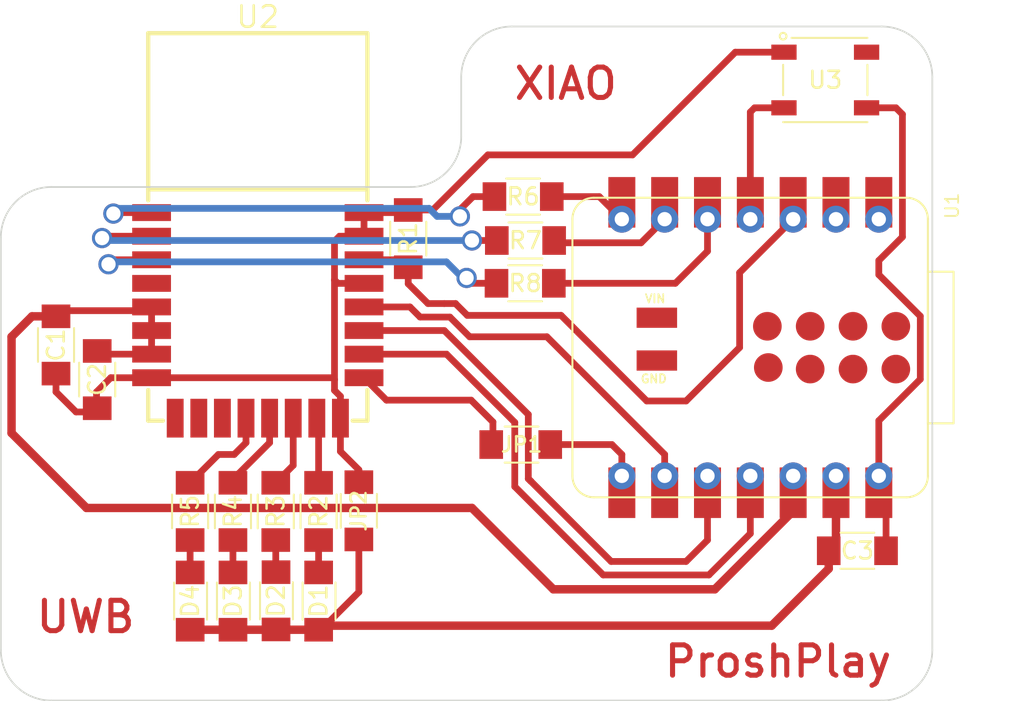
<source format=kicad_pcb>
(kicad_pcb (version 20241229) (generator "pcbnew") (generator_version "9.0")
  (layers (0 "F.Cu" signal) (2 "B.Cu" signal) (13 "F.Paste" user) (15 "B.Paste" user) (5 "F.SilkS" user "F.Silkscreen") (7 "B.SilkS" user "B.Silkscreen") (1 "F.Mask" user) (3 "B.Mask" user) (25 "Edge.Cuts" user))
  (net 0 "")
  (net 7 "+3.3V")
  (net 8 "GND")
  (net 9 "+5V")
  (net 10 "Net-(D1-A)")
  (net 11 "Net-(D2-A)")
  (net 12 "Net-(D3-A)")
  (net 13 "Net-(D4-A)")
  (net 14 "IRQ")
  (net 15 "LED-RXOK")
  (net 16 "LED-SFD")
  (net 17 "TXLED")
  (net 18 "RXLED")
  (net 19 "BU01-EXTON")
  (net 20 "Net-(U2-EXTON)")
  (net 21 "BU01-WAKEUP")
  (net 22 "Net-(U2-WAKEUP)")
  (net 23 "Net-(U2-RSTN)")
  (net 24 "RSTN")
  (net 25 "NEO")
  (net 26 "SDO")
  (net 27 "CS")
  (net 28 "SDI")
  (net 29 "SCK")
  (net 31 "Net-(JP1-A)")
  (footprint "fab:R_1206" (layer "F.Cu") (at 82.345 82.755 -90)
    (property "Reference" "R5" (at 0 0 90) (layer "F.SilkS"))
    (property "Value" "499")
    (fp_line (start 1 1.07) (end -1 1.07) (stroke (width 0.12)) (layer "F.SilkS"))
    (fp_line (start -1 -1.07) (end 1 -1.07) (stroke (width 0.12)) (layer "F.SilkS"))
    (pad "1" smd rect (at -1.7 0 270) (size 1.4 1.7) (layers "F.Cu" "F.Mask" "F.Paste") (net 18 "RXLED"))
    (pad "2" smd rect (at 1.7 0 270) (size 1.4 1.7) (layers "F.Cu" "F.Mask" "F.Paste") (net 13 "Net-(D4-A)"))
  )
  (footprint "fab:C_1206" (layer "F.Cu") (at 74.39161 72.875306 -90)
    (property "Reference" "C1" (at 0 0 90) (layer "F.SilkS"))
    (property "Value" "1uF")
    (fp_line (start 1 1.07) (end -1 1.07) (stroke (width 0.12)) (layer "F.SilkS"))
    (fp_line (start -1 -1.07) (end 1 -1.07) (stroke (width 0.12)) (layer "F.SilkS"))
    (pad "1" smd rect (at -1.7 0 270) (size 1.4 1.7) (layers "F.Cu" "F.Mask" "F.Paste") (net 7 "+3.3V"))
    (pad "2" smd rect (at 1.7 0 270) (size 1.4 1.7) (layers "F.Cu" "F.Mask" "F.Paste") (net 8 "GND"))
  )
  (footprint "fab:LED_1206" (layer "F.Cu") (at 84.888155 88.076257 90)
    (property "Reference" "D3" (at 0 0 90) (layer "F.SilkS"))
    (property "Value" "Green")
    (fp_line (start -1.1 -0.95) (end 1.1 -0.95) (stroke (width 0.12)) (layer "F.SilkS"))
    (fp_line (start -1.1 1) (end 1.1 1) (stroke (width 0.12)) (layer "F.SilkS"))
    (pad "1" smd rect (at -1.7 0 90) (size 1.4 1.7) (layers "F.Cu" "F.Mask" "F.Paste") (net 8 "GND"))
    (pad "2" smd rect (at 1.7 0 90) (size 1.4 1.7) (layers "F.Cu" "F.Mask" "F.Paste") (net 12 "Net-(D3-A)"))
  )
  (footprint "fab:R_1206" (layer "F.Cu") (at 102.235 66.675 180)
    (property "Reference" "R7" (at 0 0 0) (layer "F.SilkS"))
    (property "Value" "499")
    (fp_line (start 1 1.07) (end -1 1.07) (stroke (width 0.12)) (layer "F.SilkS"))
    (fp_line (start -1 -1.07) (end 1 -1.07) (stroke (width 0.12)) (layer "F.SilkS"))
    (pad "1" smd rect (at -1.7 0 180) (size 1.4 1.7) (layers "F.Cu" "F.Mask" "F.Paste") (net 21 "BU01-WAKEUP"))
    (pad "2" smd rect (at 1.7 0 180) (size 1.4 1.7) (layers "F.Cu" "F.Mask" "F.Paste") (net 22 "Net-(U2-WAKEUP)"))
  )
  (footprint "fab:R_1206" (layer "F.Cu") (at 102.216313 69.215 180)
    (property "Reference" "R8" (at 0 0 0) (layer "F.SilkS"))
    (property "Value" "499")
    (fp_line (start 1 1.07) (end -1 1.07) (stroke (width 0.12)) (layer "F.SilkS"))
    (fp_line (start -1 -1.07) (end 1 -1.07) (stroke (width 0.12)) (layer "F.SilkS"))
    (pad "1" smd rect (at -1.7 0 180) (size 1.4 1.7) (layers "F.Cu" "F.Mask" "F.Paste") (net 24 "RSTN"))
    (pad "2" smd rect (at 1.7 0 180) (size 1.4 1.7) (layers "F.Cu" "F.Mask" "F.Paste") (net 23 "Net-(U2-RSTN)"))
  )
  (footprint "fab:LED_ADDR_Worldsemi_WS2812B" (layer "F.Cu") (at 120.015 57.15 180)
    (property "Reference" "U3" (at 0 0 0) (layer "F.SilkS"))
    (property "Value" "LED_ADDR_Worldsemi_WS2812B")
    (fp_line (start 2.5 -0.9) (end 2.5 0.9) (stroke (width 0.12)) (layer "F.SilkS"))
    (fp_line (start 2.5 -2.5) (end -2.5 -2.5) (stroke (width 0.12)) (layer "F.SilkS"))
    (fp_line (start -2.5 2.5) (end 2 2.5) (stroke (width 0.12)) (layer "F.SilkS"))
    (fp_line (start -2.5 -0.9) (end -2.5 0.9) (stroke (width 0.12)) (layer "F.SilkS"))
    (fp_circle (center 2.5 2.6) (end 2.7 2.6) (stroke (width 0.12)) (fill no) (layer "F.SilkS"))
    (pad "1" smd rect (at -2.45 -1.65 180) (size 1.5 0.9) (layers "F.Cu" "F.Mask" "F.Paste") (net 9 "+5V"))
    (pad "2" smd rect (at -2.45 1.65 180) (size 1.5 0.9) (layers "F.Cu" "F.Mask" "F.Paste"))
    (pad "3" smd rect (at 2.45 1.65 180) (size 1.5 0.9) (layers "F.Cu" "F.Mask" "F.Paste") (net 8 "GND"))
    (pad "4" smd rect (at 2.45 -1.65 180) (size 1.5 0.9) (layers "F.Cu" "F.Mask" "F.Paste") (net 25 "NEO"))
  )
  (footprint "Seeed Studio XIAO Series Library:XIAO-ESP32C6-SMD" (layer "F.Cu") (at 115.580212 73.266852 -90)
    (property "Reference" "U1" (at -9.5 -11.5 90) (layer "F.SilkS") (effects (font (size 0.78232 0.78232) (thickness 0.10668)) (justify right top)))
    (property "Value" "XIAO-ESP32-C6")
    (fp_line (start 7.380648 10.561212) (end -7.859352 10.561212) (stroke (width 0.12)) (layer "F.SilkS"))
    (fp_line (start -9.129352 9.291212) (end -9.129352 -9.250788) (stroke (width 0.12)) (layer "F.SilkS"))
    (fp_line (start 8.650648 -9.250788) (end 8.650648 9.291212) (stroke (width 0.12)) (layer "F.SilkS"))
    (fp_line (start -7.859352 -10.520788) (end 7.380648 -10.520788) (stroke (width 0.12)) (layer "F.SilkS"))
    (fp_rect (start -4.739352 -10.520788) (end 4.260648 -12.044788) (stroke (width 0.12)) (fill no) (layer "F.SilkS"))
    (fp_arc (start -7.859352 10.561212) (mid -8.757378 10.189238) (end -9.129352 9.291212) (stroke (width 0.12)) (layer "F.SilkS"))
    (fp_arc (start 8.650648 9.291212) (mid 8.278674 10.189238) (end 7.380648 10.561212) (stroke (width 0.12)) (layer "F.SilkS"))
    (fp_arc (start -9.129352 -9.250788) (mid -8.757378 -10.148814) (end -7.859352 -10.520788) (stroke (width 0.12)) (layer "F.SilkS"))
    (fp_arc (start 7.380648 -10.520788) (mid 8.278674 -10.148814) (end 8.650648 -9.250788) (stroke (width 0.12)) (layer "F.SilkS"))
    (fp_text user "VIN" (at -3.137289 5.651379 0) (layer "F.SilkS") (effects (font (size 0.5 0.5) (thickness 0.1) (bold yes))))
    (fp_text user "GND" (at 1.615932 5.734188 0) (layer "F.SilkS") (effects (font (size 0.5 0.5) (thickness 0.1) (bold yes))))
    (pad "1" thru_hole circle (at -7.856852 -7.609788 270) (size 1.6 1.6) (drill 0.85) (layers "*.Cu" "*.Mask"))
    (pad "1" smd rect (at -7.856852 -7.609788 270) (size 3 1.6) (drill (offset -1 0)) (layers "F.Cu" "F.Mask" "F.Paste"))
    (pad "2" thru_hole circle (at -7.856852 -5.069788 270) (size 1.6 1.6) (drill 0.85) (layers "*.Cu" "*.Mask"))
    (pad "2" smd rect (at -7.856852 -5.069788 270) (size 3 1.6) (drill (offset -1 0)) (layers "F.Cu" "F.Mask" "F.Paste"))
    (pad "3" thru_hole circle (at -7.856852 -2.529788 270) (size 1.6 1.6) (drill 0.85) (layers "*.Cu" "*.Mask") (net 14 "IRQ"))
    (pad "3" smd rect (at -7.856852 -2.529788 270) (size 3 1.6) (drill (offset -1 0)) (layers "F.Cu" "F.Mask" "F.Paste") (net 14 "IRQ"))
    (pad "4" thru_hole circle (at -7.856852 0.010212 270) (size 1.6 1.6) (drill 0.85) (layers "*.Cu" "*.Mask") (net 25 "NEO"))
    (pad "4" smd rect (at -7.856852 0.010212 270) (size 3 1.6) (drill (offset -1 0)) (layers "F.Cu" "F.Mask" "F.Paste") (net 25 "NEO"))
    (pad "5" thru_hole circle (at -7.856852 2.550212 270) (size 1.6 1.6) (drill 0.85) (layers "*.Cu" "*.Mask") (net 24 "RSTN"))
    (pad "5" smd rect (at -7.856852 2.550212 270) (size 3 1.6) (drill (offset -1 0)) (layers "F.Cu" "F.Mask" "F.Paste") (net 24 "RSTN"))
    (pad "6" thru_hole circle (at -7.856852 5.090212 270) (size 1.6 1.6) (drill 0.85) (layers "*.Cu" "*.Mask") (net 21 "BU01-WAKEUP"))
    (pad "6" smd rect (at -7.856852 5.090212 270) (size 3 1.6) (drill (offset -1 0)) (layers "F.Cu" "F.Mask" "F.Paste") (net 21 "BU01-WAKEUP"))
    (pad "7" thru_hole circle (at -7.856852 7.630212 270) (size 1.6 1.6) (drill 0.85) (layers "*.Cu" "*.Mask") (net 19 "BU01-EXTON"))
    (pad "7" smd rect (at -7.856852 7.630212 270) (size 3 1.6) (drill (offset -1 0)) (layers "F.Cu" "F.Mask" "F.Paste") (net 19 "BU01-EXTON"))
    (pad "8" thru_hole circle (at 7.378148 7.630212 270) (size 1.6 1.6) (drill 0.85) (layers "*.Cu" "*.Mask") (net 27 "CS"))
    (pad "8" smd rect (at 7.378148 7.630212 270) (size 3 1.6) (drill (offset 1 0)) (layers "F.Cu" "F.Mask" "F.Paste") (net 27 "CS"))
    (pad "9" thru_hole circle (at 7.378148 5.090212 270) (size 1.6 1.6) (drill 0.85) (layers "*.Cu" "*.Mask") (net 29 "SCK"))
    (pad "9" smd rect (at 7.378148 5.090212 270) (size 3 1.6) (drill (offset 1 0)) (layers "F.Cu" "F.Mask" "F.Paste") (net 29 "SCK"))
    (pad "10" thru_hole circle (at 7.378148 2.550212 270) (size 1.6 1.6) (drill 0.85) (layers "*.Cu" "*.Mask") (net 26 "SDO"))
    (pad "10" smd rect (at 7.378148 2.550212 270) (size 3 1.6) (drill (offset 1 0)) (layers "F.Cu" "F.Mask" "F.Paste") (net 26 "SDO"))
    (pad "11" thru_hole circle (at 7.378148 0.010212 270) (size 1.6 1.6) (drill 0.85) (layers "*.Cu" "*.Mask") (net 28 "SDI"))
    (pad "11" smd rect (at 7.378148 0.010212 270) (size 3 1.6) (drill (offset 1 0)) (layers "F.Cu" "F.Mask" "F.Paste") (net 28 "SDI"))
    (pad "12" thru_hole circle (at 7.378148 -2.529788 270) (size 1.6 1.6) (drill 0.85) (layers "*.Cu" "*.Mask") (net 7 "+3.3V"))
    (pad "12" smd rect (at 7.378148 -2.529788 270) (size 3 1.6) (drill (offset 1 0)) (layers "F.Cu" "F.Mask" "F.Paste") (net 7 "+3.3V"))
    (pad "13" thru_hole circle (at 7.378148 -5.069788 270) (size 1.6 1.6) (drill 0.85) (layers "*.Cu" "*.Mask") (net 8 "GND"))
    (pad "13" smd rect (at 7.378148 -5.069788 270) (size 3 1.6) (drill (offset 1 0)) (layers "F.Cu" "F.Mask" "F.Paste") (net 8 "GND"))
    (pad "14" thru_hole circle (at 7.378148 -7.609788 270) (size 1.6 1.6) (drill 0.85) (layers "*.Cu" "*.Mask") (net 9 "+5V"))
    (pad "14" smd rect (at 7.378148 -7.609788 270) (size 3 1.6) (drill (offset 1 0)) (layers "F.Cu" "F.Mask" "F.Paste") (net 9 "+5V"))
    (pad "15" smd rect (at -2.008 5.5532 180) (size 2.4 1.2) (layers "F.Cu" "F.Mask" "F.Paste"))
    (pad "16" smd rect (at 0.532 5.5532 180) (size 2.4 1.2) (layers "F.Cu" "F.Mask" "F.Paste"))
    (pad "17" smd circle (at -1.5 -8.62 270) (size 1.7 1.7) (layers "F.Cu" "F.Mask" "F.Paste"))
    (pad "18" smd circle (at 1.04 -8.62 270) (size 1.7 1.7) (layers "F.Cu" "F.Mask" "F.Paste"))
    (pad "19" smd circle (at -1.5 -6.08 270) (size 1.7 1.7) (layers "F.Cu" "F.Mask" "F.Paste"))
    (pad "20" smd circle (at 1.04 -6.08 270) (size 1.7 1.7) (layers "F.Cu" "F.Mask" "F.Paste"))
    (pad "21" smd circle (at -1.5 -3.54 270) (size 1.7 1.7) (layers "F.Cu" "F.Mask" "F.Paste"))
    (pad "22" smd circle (at 1.04 -3.54 270) (size 1.7 1.7) (layers "F.Cu" "F.Mask" "F.Paste"))
    (pad "23" smd circle (at -1.5 -1 270) (size 1.7 1.7) (layers "F.Cu" "F.Mask" "F.Paste"))
    (pad "24" smd circle (at 0.9474 -1.0568 270) (size 1.7 1.7) (layers "F.Cu" "F.Mask" "F.Paste"))
  )
  (footprint "fab:R_1206" (layer "F.Cu") (at 84.885 82.755 -90)
    (property "Reference" "R4" (at 0 0 90) (layer "F.SilkS"))
    (property "Value" "499")
    (fp_line (start 1 1.07) (end -1 1.07) (stroke (width 0.12)) (layer "F.SilkS"))
    (fp_line (start -1 -1.07) (end 1 -1.07) (stroke (width 0.12)) (layer "F.SilkS"))
    (pad "1" smd rect (at -1.7 0 270) (size 1.4 1.7) (layers "F.Cu" "F.Mask" "F.Paste") (net 17 "TXLED"))
    (pad "2" smd rect (at 1.7 0 270) (size 1.4 1.7) (layers "F.Cu" "F.Mask" "F.Paste") (net 12 "Net-(D3-A)"))
  )
  (footprint "fab:R_1206" (layer "F.Cu") (at 102.094767 64.069569 180)
    (property "Reference" "R6" (at 0 0 0) (layer "F.SilkS"))
    (property "Value" "499")
    (fp_line (start 1 1.07) (end -1 1.07) (stroke (width 0.12)) (layer "F.SilkS"))
    (fp_line (start -1 -1.07) (end 1 -1.07) (stroke (width 0.12)) (layer "F.SilkS"))
    (pad "1" smd rect (at -1.7 0 180) (size 1.4 1.7) (layers "F.Cu" "F.Mask" "F.Paste") (net 19 "BU01-EXTON"))
    (pad "2" smd rect (at 1.7 0 180) (size 1.4 1.7) (layers "F.Cu" "F.Mask" "F.Paste") (net 20 "Net-(U2-EXTON)"))
  )
  (footprint "fab:R_1206" (layer "F.Cu") (at 95.28118 66.564533 90)
    (property "Reference" "R1" (at 0 0 90) (layer "F.SilkS"))
    (property "Value" "10K")
    (fp_line (start -1 -1.07) (end 1 -1.07) (stroke (width 0.12)) (layer "F.SilkS"))
    (fp_line (start 1 1.07) (end -1 1.07) (stroke (width 0.12)) (layer "F.SilkS"))
    (pad "1" smd rect (at -1.7 0 90) (size 1.4 1.7) (layers "F.Cu" "F.Mask" "F.Paste") (net 14 "IRQ"))
    (pad "2" smd rect (at 1.7 0 90) (size 1.4 1.7) (layers "F.Cu" "F.Mask" "F.Paste") (net 8 "GND"))
  )
  (footprint "fab:LED_1206" (layer "F.Cu") (at 89.968155 88.076257 90)
    (property "Reference" "D1" (at 0 0 90) (layer "F.SilkS"))
    (property "Value" "Green")
    (fp_line (start -1.1 -0.95) (end 1.1 -0.95) (stroke (width 0.12)) (layer "F.SilkS"))
    (fp_line (start -1.1 1) (end 1.1 1) (stroke (width 0.12)) (layer "F.SilkS"))
    (pad "1" smd rect (at -1.7 0 90) (size 1.4 1.7) (layers "F.Cu" "F.Mask" "F.Paste") (net 8 "GND"))
    (pad "2" smd rect (at 1.7 0 90) (size 1.4 1.7) (layers "F.Cu" "F.Mask" "F.Paste") (net 10 "Net-(D1-A)"))
  )
  (footprint "fab:C_1206" (layer "F.Cu") (at 76.835 74.93 -90)
    (property "Reference" "C2" (at 0 0 90) (layer "F.SilkS"))
    (property "Value" "0.1uF")
    (fp_line (start 1 1.07) (end -1 1.07) (stroke (width 0.12)) (layer "F.SilkS"))
    (fp_line (start -1 -1.07) (end 1 -1.07) (stroke (width 0.12)) (layer "F.SilkS"))
    (pad "1" smd rect (at -1.7 0 270) (size 1.4 1.7) (layers "F.Cu" "F.Mask" "F.Paste") (net 7 "+3.3V"))
    (pad "2" smd rect (at 1.7 0 270) (size 1.4 1.7) (layers "F.Cu" "F.Mask" "F.Paste") (net 8 "GND"))
  )
  (footprint "fab:LED_1206" (layer "F.Cu") (at 82.348155 88.076257 90)
    (property "Reference" "D4" (at 0 0 90) (layer "F.SilkS"))
    (property "Value" "Green")
    (fp_line (start -1.1 -0.95) (end 1.1 -0.95) (stroke (width 0.12)) (layer "F.SilkS"))
    (fp_line (start -1.1 1) (end 1.1 1) (stroke (width 0.12)) (layer "F.SilkS"))
    (pad "1" smd rect (at -1.7 0 90) (size 1.4 1.7) (layers "F.Cu" "F.Mask" "F.Paste") (net 8 "GND"))
    (pad "2" smd rect (at 1.7 0 90) (size 1.4 1.7) (layers "F.Cu" "F.Mask" "F.Paste") (net 13 "Net-(D4-A)"))
  )
  (footprint "fab:LED_1206" (layer "F.Cu") (at 87.440698 88.059882 90)
    (property "Reference" "D2" (at 0 0 90) (layer "F.SilkS"))
    (property "Value" "Green")
    (fp_line (start -1.1 -0.95) (end 1.1 -0.95) (stroke (width 0.12)) (layer "F.SilkS"))
    (fp_line (start -1.1 1) (end 1.1 1) (stroke (width 0.12)) (layer "F.SilkS"))
    (pad "1" smd rect (at -1.7 0 90) (size 1.4 1.7) (layers "F.Cu" "F.Mask" "F.Paste") (net 8 "GND"))
    (pad "2" smd rect (at 1.7 0 90) (size 1.4 1.7) (layers "F.Cu" "F.Mask" "F.Paste") (net 11 "Net-(D2-A)"))
  )
  (footprint "fab:C_1206" (layer "F.Cu") (at 121.92 85.09 180)
    (property "Reference" "C3" (at 0 0 0) (layer "F.SilkS"))
    (property "Value" "1uF")
    (fp_line (start 1 1.07) (end -1 1.07) (stroke (width 0.12)) (layer "F.SilkS"))
    (fp_line (start -1 -1.07) (end 1 -1.07) (stroke (width 0.12)) (layer "F.SilkS"))
    (pad "1" smd rect (at -1.7 0 180) (size 1.4 1.7) (layers "F.Cu" "F.Mask" "F.Paste") (net 9 "+5V"))
    (pad "2" smd rect (at 1.7 0 180) (size 1.4 1.7) (layers "F.Cu" "F.Mask" "F.Paste") (net 8 "GND"))
  )
  (footprint "fab:R_1206" (layer "F.Cu") (at 87.425 82.755 -90)
    (property "Reference" "R3" (at 0 0 90) (layer "F.SilkS"))
    (property "Value" "499")
    (fp_line (start 1 1.07) (end -1 1.07) (stroke (width 0.12)) (layer "F.SilkS"))
    (fp_line (start -1 -1.07) (end 1 -1.07) (stroke (width 0.12)) (layer "F.SilkS"))
    (pad "1" smd rect (at -1.7 0 270) (size 1.4 1.7) (layers "F.Cu" "F.Mask" "F.Paste") (net 16 "LED-SFD"))
    (pad "2" smd rect (at 1.7 0 270) (size 1.4 1.7) (layers "F.Cu" "F.Mask" "F.Paste") (net 11 "Net-(D2-A)"))
  )
  (footprint "fab:R_1206" (layer "F.Cu") (at 89.965 82.755 -90)
    (property "Reference" "R2" (at 0 0 90) (layer "F.SilkS"))
    (property "Value" "499")
    (fp_line (start 1 1.07) (end -1 1.07) (stroke (width 0.12)) (layer "F.SilkS"))
    (fp_line (start -1 -1.07) (end 1 -1.07) (stroke (width 0.12)) (layer "F.SilkS"))
    (pad "1" smd rect (at -1.7 0 270) (size 1.4 1.7) (layers "F.Cu" "F.Mask" "F.Paste") (net 15 "LED-RXOK"))
    (pad "2" smd rect (at 1.7 0 270) (size 1.4 1.7) (layers "F.Cu" "F.Mask" "F.Paste") (net 10 "Net-(D1-A)"))
  )
  (footprint "fab:Jumper_1206" (layer "F.Cu") (at 92.353162 82.719075 90)
    (property "Reference" "JP2" (at 0 -0.014028 90) (layer "F.SilkS") (effects (font (size 0.9 0.9))))
    (property "Value" "Jumper_0hm")
    (fp_line (start -1 -1.07) (end 1 -1.07) (stroke (width 0.12)) (layer "F.SilkS"))
    (fp_line (start 1 1.07) (end -1 1.07) (stroke (width 0.12)) (layer "F.SilkS"))
    (pad "1" smd rect (at -1.7 0 90) (size 1.4 1.7) (layers "F.Cu" "F.Mask" "F.Paste") (net 8 "GND"))
    (pad "2" smd rect (at 1.7 0 90) (size 1.4 1.7) (layers "F.Cu" "F.Mask" "F.Paste") (net 8 "GND"))
  )
  (footprint "fab:Jumper_1206" (layer "F.Cu") (at 102.003735 78.787998)
    (property "Reference" "JP1" (at 0 0 0) (layer "F.SilkS") (effects (font (size 0.9 0.9))))
    (property "Value" "Jumper_0hm")
    (fp_line (start -1 -1.07) (end 1 -1.07) (stroke (width 0.12)) (layer "F.SilkS"))
    (fp_line (start 1 1.07) (end -1 1.07) (stroke (width 0.12)) (layer "F.SilkS"))
    (pad "1" smd rect (at -1.8 0) (size 1.4 1.7) (layers "F.Cu" "F.Mask" "F.Paste") (net 31 "Net-(JP1-A)"))
    (pad "2" smd rect (at 1.7 0) (size 1.4 1.7) (layers "F.Cu" "F.Mask" "F.Paste") (net 27 "CS"))
  )
  (footprint "BU01:BU01" (layer "F.Cu") (at 86.36 71.12)
    (property "Reference" "U2" (at 0 -17.712 0) (layer "F.SilkS") (effects (font (size 1.27 1.27))))
    (property "Value" "BU01-sch")
    (fp_line (start -6.5 -16.75) (end 6.5 -16.75) (stroke (width 0.254)) (layer "F.SilkS"))
    (fp_line (start -6.5 -7.4805) (end 6.5 -7.4805) (stroke (width 0.254)) (layer "F.SilkS"))
    (fp_line (start -6.5 -6.8311) (end -6.5 -16.75) (stroke (width 0.254)) (layer "F.SilkS"))
    (fp_line (start -6.5 4.4312) (end -6.5 6.2501) (stroke (width 0.254)) (layer "F.SilkS"))
    (fp_line (start -6.5 6.2501) (end -5.6312 6.2501) (stroke (width 0.254)) (layer "F.SilkS"))
    (fp_line (start 6.5 -16.75) (end 6.5 -6.8311) (stroke (width 0.254)) (layer "F.SilkS"))
    (fp_line (start 6.5 4.4312) (end 6.5 6.2501) (stroke (width 0.254)) (layer "F.SilkS"))
    (fp_line (start 6.5 6.2501) (end 5.6312 6.2501) (stroke (width 0.254)) (layer "F.SilkS"))
    (pad "1" smd rect (at -6.3 -6.1001) (size 2.3 1) (layers "F.Cu" "F.Mask" "F.Paste") (net 20 "Net-(U2-EXTON)"))
    (pad "2" smd rect (at -6.3 -4.7) (size 2.3 1) (layers "F.Cu" "F.Mask" "F.Paste") (net 22 "Net-(U2-WAKEUP)"))
    (pad "3" smd rect (at -6.3 -3.3) (size 2.3 1) (layers "F.Cu" "F.Mask" "F.Paste") (net 23 "Net-(U2-RSTN)"))
    (pad "4" smd rect (at -6.3 -1.8999) (size 2.3 1) (layers "F.Cu" "F.Mask" "F.Paste"))
    (pad "5" smd rect (at -6.3 -0.5001) (size 2.3 1) (layers "F.Cu" "F.Mask" "F.Paste") (net 7 "+3.3V"))
    (pad "6" smd rect (at -6.3 0.8999) (size 2.3 1) (layers "F.Cu" "F.Mask" "F.Paste") (net 7 "+3.3V"))
    (pad "7" smd rect (at -6.3 2.3) (size 2.3 1) (layers "F.Cu" "F.Mask" "F.Paste") (net 7 "+3.3V"))
    (pad "8" smd rect (at -6.3 3.7) (size 2.3 1) (layers "F.Cu" "F.Mask" "F.Paste") (net 8 "GND"))
    (pad "9" smd rect (at -4.8999 6.0998) (size 1 2.3) (layers "F.Cu" "F.Mask" "F.Paste"))
    (pad "10" smd rect (at -3.4996 6.0998) (size 1 2.3) (layers "F.Cu" "F.Mask" "F.Paste"))
    (pad "11" smd rect (at -2.1001 6.0998) (size 1 2.3) (layers "F.Cu" "F.Mask" "F.Paste"))
    (pad "12" smd rect (at -0.7 6.0998) (size 1 2.3) (layers "F.Cu" "F.Mask" "F.Paste") (net 18 "RXLED"))
    (pad "13" smd rect (at 0.7 6.0998) (size 1 2.3) (layers "F.Cu" "F.Mask" "F.Paste") (net 17 "TXLED"))
    (pad "14" smd rect (at 2.1001 6.0998) (size 1 2.3) (layers "F.Cu" "F.Mask" "F.Paste") (net 16 "LED-SFD"))
    (pad "15" smd rect (at 3.5004 6.0998) (size 1 2.3) (layers "F.Cu" "F.Mask" "F.Paste") (net 15 "LED-RXOK"))
    (pad "16" smd rect (at 4.8999 6.0998) (size 1 2.3) (layers "F.Cu" "F.Mask" "F.Paste") (net 8 "GND"))
    (pad "17" smd rect (at 6.3 3.7) (size 2.3 1) (layers "F.Cu" "F.Mask" "F.Paste") (net 31 "Net-(JP1-A)"))
    (pad "18" smd rect (at 6.3 2.3) (size 2.3 1) (layers "F.Cu" "F.Mask" "F.Paste") (net 28 "SDI"))
    (pad "19" smd rect (at 6.3 0.8999) (size 2.3 1) (layers "F.Cu" "F.Mask" "F.Paste") (net 26 "SDO"))
    (pad "20" smd rect (at 6.3 -0.5001) (size 2.3 1) (layers "F.Cu" "F.Mask" "F.Paste") (net 29 "SCK"))
    (pad "21" smd rect (at 6.3 -1.8999) (size 2.3 1) (layers "F.Cu" "F.Mask" "F.Paste") (net 8 "GND"))
    (pad "22" smd rect (at 6.3 -3.3) (size 2.3 1) (layers "F.Cu" "F.Mask" "F.Paste") (net 14 "IRQ"))
    (pad "23" smd rect (at 6.3 -4.7) (size 2.3 1) (layers "F.Cu" "F.Mask" "F.Paste") (net 8 "GND"))
    (pad "24" smd rect (at 6.3 -6.1001) (size 2.3 1) (layers "F.Cu" "F.Mask" "F.Paste") (net 8 "GND"))
  )
  (gr_arc (start 98.425 56.975) (mid 99.30368 54.85368) (end 101.425 53.975) (stroke (width 0.1)) (layer "Edge.Cuts"))
  (gr_line (start 101.425 53.975) (end 123.365 53.975) (stroke (width 0.1)) (layer "Edge.Cuts"))
  (gr_arc (start 126.365 90.98) (mid 125.48632 93.10132) (end 123.365 93.98) (stroke (width 0.1)) (layer "Edge.Cuts"))
  (gr_arc (start 71.12 66.5) (mid 71.99868 64.37868) (end 74.12 63.5) (stroke (width 0.1)) (layer "Edge.Cuts"))
  (gr_line (start 71.12 90.98) (end 71.12 66.5) (stroke (width 0.1)) (layer "Edge.Cuts"))
  (gr_line (start 123.365 93.98) (end 74.12 93.98) (stroke (width 0.1)) (layer "Edge.Cuts"))
  (gr_line (start 98.425 60.5) (end 98.425 56.975) (stroke (width 0.1)) (layer "Edge.Cuts"))
  (gr_arc (start 98.425 60.5) (mid 97.54632 62.62132) (end 95.425 63.5) (stroke (width 0.1)) (layer "Edge.Cuts"))
  (gr_line (start 74.12 63.5) (end 95.425 63.5) (stroke (width 0.1)) (layer "Edge.Cuts"))
  (gr_arc (start 123.365 53.975) (mid 125.48632 54.85368) (end 126.365 56.975) (stroke (width 0.1)) (layer "Edge.Cuts"))
  (gr_arc (start 74.12 93.98) (mid 71.99868 93.10132) (end 71.12 90.98) (stroke (width 0.1)) (layer "Edge.Cuts"))
  (gr_line (start 126.365 56.975) (end 126.365 90.98) (stroke (width 0.1)) (layer "Edge.Cuts"))
  (gr_text "XIAO\n" (at 101.425 58.42 0) (layer "F.Cu") (effects (font (size 1.8 1.8) (thickness 0.3) (bold yes)) (justify left bottom)))
  (gr_text "UWB" (at 73.079543 90.066382 0) (layer "F.Cu") (effects (font (size 1.8 1.8) (thickness 0.3) (bold yes)) (justify left bottom)))
  (gr_text "ProshPlay\n" (at 110.331839 92.71 0) (layer "F.Cu") (effects (font (size 1.8 1.8) (thickness 0.3) (bold yes)) (justify left bottom)))
  (segment (start 74.725903 70.841013) (end 74.39161 71.175306) (width 0.4) (layer "F.Cu") (net 7))
  (segment (start 103.887 87.377) (end 99.06 82.55) (width 0.5) (layer "F.Cu") (net 7))
  (segment (start 79.5099 70.6199) (end 79.288787 70.841013) (width 0.4) (layer "F.Cu") (net 7))
  (segment (start 72.969694 71.175306) (end 74.39161 71.175306) (width 0.5) (layer "F.Cu") (net 7))
  (segment (start 77.025 73.42) (end 76.835 73.23) (width 0.4) (layer "F.Cu") (net 7))
  (segment (start 99.06 82.55) (end 76.2 82.55) (width 0.5) (layer "F.Cu") (net 7))
  (segment (start 76.2 82.55) (end 71.755 78.105) (width 0.5) (layer "F.Cu") (net 7))
  (segment (start 79.288787 70.841013) (end 74.725903 70.841013) (width 0.4) (layer "F.Cu") (net 7))
  (segment (start 118.11 80.645) (end 118.11 82.732389) (width 0.5) (layer "F.Cu") (net 7))
  (segment (start 80.06 73.42) (end 77.025 73.42) (width 0.4) (layer "F.Cu") (net 7))
  (segment (start 80.06 72.0199) (end 80.06 73.42) (width 0.4) (layer "F.Cu") (net 7))
  (segment (start 80.06 70.6199) (end 79.5099 70.6199) (width 0.4) (layer "F.Cu") (net 7))
  (segment (start 80.06 72.0199) (end 80.06 70.6199) (width 0.4) (layer "F.Cu") (net 7))
  (segment (start 118.11 82.732389) (end 113.465389 87.377) (width 0.5) (layer "F.Cu") (net 7))
  (segment (start 71.755 72.39) (end 72.969694 71.175306) (width 0.5) (layer "F.Cu") (net 7))
  (segment (start 71.755 78.105) (end 71.755 72.39) (width 0.5) (layer "F.Cu") (net 7))
  (segment (start 113.465389 87.377) (end 103.887 87.377) (width 0.5) (layer "F.Cu") (net 7))
  (segment (start 84.888155 89.776257) (end 87.223155 89.776257) (width 0.5) (layer "F.Cu") (net 8))
  (segment (start 91.208 66.42) (end 90.909 66.719) (width 0.4) (layer "F.Cu") (net 8))
  (segment (start 90.909 66.719) (end 90.909 69.0191) (width 0.4) (layer "F.Cu") (net 8))
  (segment (start 116.84 89.535) (end 90.209412 89.535) (width 0.5) (layer "F.Cu") (net 8))
  (segment (start 120.22 86.155) (end 116.84 89.535) (width 0.5) (layer "F.Cu") (net 8))
  (segment (start 75.582961 76.852961) (end 76.612039 76.852961) (width 0.4) (layer "F.Cu") (net 8))
  (segment (start 90.909 69.0191) (end 91.11 69.2201) (width 0.4) (layer "F.Cu") (net 8))
  (segment (start 120.22 85.09) (end 120.22 86.155) (width 0.5) (layer "F.Cu") (net 8))
  (segment (start 87.223155 89.776257) (end 87.23953 89.759882) (width 0.5) (layer "F.Cu") (net 8))
  (segment (start 87.633155 89.776257) (end 87.61678 89.759882) (width 0.5) (layer "F.Cu") (net 8))
  (segment (start 89.968155 89.776257) (end 87.633155 89.776257) (width 0.5) (layer "F.Cu") (net 8))
  (segment (start 90.209412 89.535) (end 89.968155 89.776257) (width 0.5) (layer "F.Cu") (net 8))
  (segment (start 77.638128 74.82) (end 76.795166 75.662962) (width 0.4) (layer "F.Cu") (net 8))
  (segment (start 90.117813 89.776257) (end 89.968155 89.776257) (width 0.4) (layer "F.Cu") (net 8))
  (segment (start 76.795166 76.590166) (end 76.835 76.63) (width 0.4) (layer "F.Cu") (net 8))
  (segment (start 91.2599 77.2198) (end 91.2599 75.921) (width 0.4) (layer "F.Cu") (net 8))
  (segment (start 76.612039 76.852961) (end 76.835 76.63) (width 0.4) (layer "F.Cu") (net 8))
  (segment (start 114.68 55.5) (end 117.565 55.5) (width 0.4) (layer "F.Cu") (net 8))
  (segment (start 96.736607 64.864533) (end 100.00614 61.595) (width 0.4) (layer "F.Cu") (net 8))
  (segment (start 80.06 74.82) (end 77.638128 74.82) (width 0.4) (layer "F.Cu") (net 8))
  (segment (start 95.28118 64.864533) (end 96.736607 64.864533) (width 0.4) (layer "F.Cu") (net 8))
  (segment (start 92.353162 87.540908) (end 90.117813 89.776257) (width 0.4) (layer "F.Cu") (net 8))
  (segment (start 92.353162 80.288162) (end 91.2599 79.1949) (width 0.4) (layer "F.Cu") (net 8))
  (segment (start 91.2599 79.1949) (end 91.2599 77.2198) (width 0.4) (layer "F.Cu") (net 8))
  (segment (start 92.66 65.0199) (end 95.125813 65.0199) (width 0.4) (layer "F.Cu") (net 8))
  (segment (start 90.799 74.82) (end 80.06 74.82) (width 0.4) (layer "F.Cu") (net 8))
  (segment (start 95.125813 65.0199) (end 95.28118 64.864533) (width 0.4) (layer "F.Cu") (net 8))
  (segment (start 100.00614 61.595) (end 108.585 61.595) (width 0.4) (layer "F.Cu") (net 8))
  (segment (start 91.2599 75.921) (end 90.909 75.5701) (width 0.4) (layer "F.Cu") (net 8))
  (segment (start 120.65 80.645) (end 120.65 84.66) (width 0.5) (layer "F.Cu") (net 8))
  (segment (start 91.11 69.2201) (end 92.66 69.2201) (width 0.4) (layer "F.Cu") (net 8))
  (segment (start 92.353162 84.419075) (end 92.353162 87.540908) (width 0.4) (layer "F.Cu") (net 8))
  (segment (start 82.348155 89.776257) (end 84.888155 89.776257) (width 0.5) (layer "F.Cu") (net 8))
  (segment (start 90.909 74.93) (end 90.799 74.82) (width 0.4) (layer "F.Cu") (net 8))
  (segment (start 87.61678 89.759882) (end 87.440698 89.759882) (width 0.5) (layer "F.Cu") (net 8))
  (segment (start 92.353162 81.019075) (end 92.353162 80.288162) (width 0.4) (layer "F.Cu") (net 8))
  (segment (start 87.23953 89.759882) (end 87.440698 89.759882) (width 0.5) (layer "F.Cu") (net 8))
  (segment (start 90.909 74.93) (end 90.909 69.0191) (width 0.4) (layer "F.Cu") (net 8))
  (segment (start 92.66 65.0199) (end 92.66 66.42) (width 0.4) (layer "F.Cu") (net 8))
  (segment (start 120.65 84.66) (end 120.22 85.09) (width 0.5) (layer "F.Cu") (net 8))
  (segment (start 74.39161 75.66161) (end 75.582961 76.852961) (width 0.4) (layer "F.Cu") (net 8))
  (segment (start 108.585 61.595) (end 114.68 55.5) (width 0.4) (layer "F.Cu") (net 8))
  (segment (start 92.66 66.42) (end 91.208 66.42) (width 0.4) (layer "F.Cu") (net 8))
  (segment (start 74.39161 74.575306) (end 74.39161 75.66161) (width 0.4) (layer "F.Cu") (net 8))
  (segment (start 90.909 75.5701) (end 90.909 74.93) (width 0.4) (layer "F.Cu") (net 8))
  (segment (start 76.795166 75.662962) (end 76.795166 76.590166) (width 0.4) (layer "F.Cu") (net 8))
  (segment (start 123.19 67.865371) (end 123.19 68.704616) (width 0.4) (layer "F.Cu") (net 9))
  (segment (start 123.19 68.704616) (end 125.651212 71.165828) (width 0.4) (layer "F.Cu") (net 9))
  (segment (start 124.591 59.186) (end 124.591 66.464371) (width 0.4) (layer "F.Cu") (net 9))
  (segment (start 123.19 81.28) (end 123.62 81.71) (width 0.4) (layer "F.Cu") (net 9))
  (segment (start 123.19 80.645) (end 123.19 81.28) (width 0.4) (layer "F.Cu") (net 9))
  (segment (start 123.62 81.71) (end 123.62 85.09) (width 0.4) (layer "F.Cu") (net 9))
  (segment (start 124.591 66.464371) (end 123.19 67.865371) (width 0.4) (layer "F.Cu") (net 9))
  (segment (start 124.205 58.8) (end 124.591 59.186) (width 0.4) (layer "F.Cu") (net 9))
  (segment (start 125.651212 71.165828) (end 125.651212 74.907876) (width 0.4) (layer "F.Cu") (net 9))
  (segment (start 123.19 77.369088) (end 123.19 80.645) (width 0.4) (layer "F.Cu") (net 9))
  (segment (start 125.651212 74.907876) (end 123.19 77.369088) (width 0.4) (layer "F.Cu") (net 9))
  (segment (start 122.465 58.8) (end 124.205 58.8) (width 0.4) (layer "F.Cu") (net 9))
  (segment (start 89.965 84.455) (end 89.965 86.373102) (width 0.4) (layer "F.Cu") (net 10))
  (segment (start 89.965 86.373102) (end 89.968155 86.376257) (width 0.4) (layer "F.Cu") (net 10))
  (segment (start 87.425 84.66) (end 87.425 86.344184) (width 0.4) (layer "F.Cu") (net 11))
  (segment (start 87.425 86.344184) (end 87.440698 86.359882) (width 0.4) (layer "F.Cu") (net 11))
  (segment (start 84.885 84.455) (end 84.885 86.373102) (width 0.4) (layer "F.Cu") (net 12))
  (segment (start 84.885 86.373102) (end 84.888155 86.376257) (width 0.4) (layer "F.Cu") (net 12))
  (segment (start 82.345 84.455) (end 82.345 86.373102) (width 0.4) (layer "F.Cu") (net 13))
  (segment (start 82.345 86.373102) (end 82.348155 86.376257) (width 0.4) (layer "F.Cu") (net 13))
  (segment (start 95.28118 68.264533) (end 95.28118 69.24618) (width 0.4) (layer "F.Cu") (net 14))
  (segment (start 114.935 68.585) (end 118.11 65.41) (width 0.4) (layer "F.Cu") (net 14))
  (segment (start 96.4529 70.4179) (end 97.4199 70.4179) (width 0.4) (layer "F.Cu") (net 14))
  (segment (start 97.4199 70.4179) (end 98.083471 70.4179) (width 0.4) (layer "F.Cu") (net 14))
  (segment (start 98.785571 71.12) (end 104.34616 71.12) (width 0.4) (layer "F.Cu") (net 14))
  (segment (start 98.083471 70.4179) (end 98.785571 71.12) (width 0.4) (layer "F.Cu") (net 14))
  (segment (start 95.28118 69.24618) (end 96.4529 70.4179) (width 0.4) (layer "F.Cu") (net 14))
  (segment (start 104.34616 71.12) (end 109.42616 76.2) (width 0.4) (layer "F.Cu") (net 14))
  (segment (start 92.66 67.82) (end 94.836647 67.82) (width 0.4) (layer "F.Cu") (net 14))
  (segment (start 114.935 73.025) (end 114.935 68.585) (width 0.4) (layer "F.Cu") (net 14))
  (segment (start 98.083471 70.4179) (end 98.083472 70.4179) (width 0.4) (layer "F.Cu") (net 14))
  (segment (start 94.836647 67.82) (end 95.28118 68.264533) (width 0.4) (layer "F.Cu") (net 14))
  (segment (start 109.42616 76.2) (end 111.76 76.2) (width 0.4) (layer "F.Cu") (net 14))
  (segment (start 111.76 76.2) (end 114.935 73.025) (width 0.4) (layer "F.Cu") (net 14))
  (segment (start 89.965 77.3244) (end 89.8604 77.2198) (width 0.4) (layer "F.Cu") (net 15))
  (segment (start 89.965 81.055) (end 89.965 77.3244) (width 0.4) (layer "F.Cu") (net 15))
  (segment (start 88.4601 80.0199) (end 88.4601 77.2198) (width 0.4) (layer "F.Cu") (net 16))
  (segment (start 87.425 81.055) (end 88.4601 80.0199) (width 0.4) (layer "F.Cu") (net 16))
  (segment (start 84.885 80.85) (end 87.06 78.675) (width 0.4) (layer "F.Cu") (net 17))
  (segment (start 87.06 78.675) (end 87.06 77.2198) (width 0.4) (layer "F.Cu") (net 17))
  (segment (start 84.885 81.055) (end 84.885 80.85) (width 0.4) (layer "F.Cu") (net 17))
  (segment (start 82.345 81.055) (end 84.025 79.375) (width 0.4) (layer "F.Cu") (net 18))
  (segment (start 84.025 79.375) (end 84.96 79.375) (width 0.4) (layer "F.Cu") (net 18))
  (segment (start 85.66 78.675) (end 85.66 77.2198) (width 0.4) (layer "F.Cu") (net 18))
  (segment (start 84.96 79.375) (end 85.66 78.675) (width 0.4) (layer "F.Cu") (net 18))
  (segment (start 106.609569 64.069569) (end 107.95 65.41) (width 0.4) (layer "F.Cu") (net 19))
  (segment (start 103.794767 64.069569) (end 106.609569 64.069569) (width 0.4) (layer "F.Cu") (net 19))
  (segment (start 80.06 65.0199) (end 77.852845 65.0199) (width 0.4) (layer "F.Cu") (net 20))
  (segment (start 98.344457 65.243915) (end 98.425 65.163372) (width 0.4) (layer "F.Cu") (net 20))
  (segment (start 98.425 64.77) (end 99.125431 64.069569) (width 0.4) (layer "F.Cu") (net 20))
  (segment (start 98.425 65.163372) (end 98.425 64.77) (width 0.4) (layer "F.Cu") (net 20))
  (segment (start 77.852845 65.0199) (end 77.794168 65.078577) (width 0.4) (layer "F.Cu") (net 20))
  (segment (start 99.125431 64.069569) (end 100.394767 64.069569) (width 0.4) (layer "F.Cu") (net 20))
  (via (at 98.344457 65.243915) (size 1.2) (drill 0.85) (layers "F.Cu" "B.Cu") (net 20))
  (via (at 77.794168 65.078577) (size 1.2) (drill 0.85) (layers "F.Cu" "B.Cu") (net 20))
  (segment (start 98.344457 65.243915) (end 96.993915 65.243915) (width 0.4) (layer "B.Cu") (net 20))
  (segment (start 96.52 64.77) (end 78.102745 64.77) (width 0.4) (layer "B.Cu") (net 20))
  (segment (start 96.993915 65.243915) (end 96.52 64.77) (width 0.4) (layer "B.Cu") (net 20))
  (segment (start 78.102745 64.77) (end 77.794168 65.078577) (width 0.4) (layer "B.Cu") (net 20))
  (segment (start 109.089 66.811) (end 110.49 65.41) (width 0.4) (layer "F.Cu") (net 21))
  (segment (start 103.935 66.675) (end 104.071 66.811) (width 0.4) (layer "F.Cu") (net 21))
  (segment (start 104.071 66.811) (end 109.089 66.811) (width 0.4) (layer "F.Cu") (net 21))
  (segment (start 99.06 66.675) (end 100.535 66.675) (width 0.4) (layer "F.Cu") (net 22))
  (segment (start 77.235388 66.42) (end 80.06 66.42) (width 0.4) (layer "F.Cu") (net 22))
  (segment (start 77.123947 66.531441) (end 77.235388 66.42) (width 0.4) (layer "F.Cu") (net 22))
  (via (at 99.06 66.675) (size 1.2) (drill 0.85) (layers "F.Cu" "B.Cu") (net 22))
  (via (at 77.123947 66.531441) (size 1.2) (drill 0.85) (layers "F.Cu" "B.Cu") (net 22))
  (segment (start 77.127847 66.675) (end 77.123947 66.6711) (width 0.4) (layer "B.Cu") (net 22))
  (segment (start 99.06 66.675) (end 77.127847 66.675) (width 0.4) (layer "B.Cu") (net 22))
  (segment (start 77.123947 66.6711) (end 77.123947 66.531441) (width 0.4) (layer "B.Cu") (net 22))
  (segment (start 99.06 69.215) (end 100.516313 69.215) (width 0.4) (layer "F.Cu") (net 23))
  (segment (start 98.7425 68.8975) (end 99.06 69.215) (width 0.4) (layer "F.Cu") (net 23))
  (segment (start 77.769959 67.82) (end 77.504408 68.085551) (width 0.4) (layer "F.Cu") (net 23))
  (segment (start 80.06 67.82) (end 77.769959 67.82) (width 0.4) (layer "F.Cu") (net 23))
  (via (at 98.7425 68.8975) (size 1.2) (drill 0.85) (layers "F.Cu" "B.Cu") (net 23))
  (via (at 77.504408 68.085551) (size 1.2) (drill 0.85) (layers "F.Cu" "B.Cu") (net 23))
  (segment (start 98.7425 68.8975) (end 98.500872 68.8975) (width 0.4) (layer "B.Cu") (net 23))
  (segment (start 97.548372 67.945) (end 77.644959 67.945) (width 0.4) (layer "B.Cu") (net 23))
  (segment (start 98.500872 68.8975) (end 97.548372 67.945) (width 0.4) (layer "B.Cu") (net 23))
  (segment (start 77.644959 67.945) (end 77.504408 68.085551) (width 0.4) (layer "B.Cu") (net 23))
  (segment (start 111.125 69.215) (end 113.03 67.31) (width 0.4) (layer "F.Cu") (net 24))
  (segment (start 113.03 67.31) (end 113.03 65.41) (width 0.4) (layer "F.Cu") (net 24))
  (segment (start 103.916313 69.215) (end 111.125 69.215) (width 0.4) (layer "F.Cu") (net 24))
  (segment (start 115.57 59.055) (end 115.57 65.41) (width 0.4) (layer "F.Cu") (net 25))
  (segment (start 117.565 58.8) (end 115.825 58.8) (width 0.4) (layer "F.Cu") (net 25))
  (segment (start 115.825 58.8) (end 115.57 59.055) (width 0.4) (layer "F.Cu") (net 25))
  (segment (start 113.03 84.455) (end 113.03 80.645) (width 0.4) (layer "F.Cu") (net 26))
  (segment (start 102.401 80.811) (end 102.5525 80.9625) (width 0.4) (layer "F.Cu") (net 26))
  (segment (start 102.402735 77.002735) (end 102.402735 80.812735) (width 0.4) (layer "F.Cu") (net 26))
  (segment (start 111.76 85.725) (end 113.03 84.455) (width 0.4) (layer "F.Cu") (net 26))
  (segment (start 92.66 72.0199) (end 97.4199 72.0199) (width 0.4) (layer "F.Cu") (net 26))
  (segment (start 102.402735 80.812735) (end 102.5525 80.9625) (width 0.4) (layer "F.Cu") (net 26))
  (segment (start 97.4199 72.0199) (end 102.402735 77.002735) (width 0.4) (layer "F.Cu") (net 26))
  (segment (start 102.5525 80.9625) (end 107.315 85.725) (width 0.4) (layer "F.Cu") (net 26))
  (segment (start 107.315 85.725) (end 111.76 85.725) (width 0.4) (layer "F.Cu") (net 26))
  (segment (start 107.95 79.375) (end 107.95 80.645) (width 0.4) (layer "F.Cu") (net 27))
  (segment (start 107.362998 78.787998) (end 107.95 79.375) (width 0.4) (layer "F.Cu") (net 27))
  (segment (start 103.703735 78.787998) (end 107.362998 78.787998) (width 0.4) (layer "F.Cu") (net 27))
  (segment (start 115.57 84.068893) (end 115.57 80.645) (width 0.4) (layer "F.Cu") (net 28))
  (segment (start 101.6 77.47) (end 101.6 81.28) (width 0.4) (layer "F.Cu") (net 28))
  (segment (start 106.846 86.526) (end 113.112893 86.526) (width 0.4) (layer "F.Cu") (net 28))
  (segment (start 101.6 81.28) (end 106.846 86.526) (width 0.4) (layer "F.Cu") (net 28))
  (segment (start 92.66 73.42) (end 97.55 73.42) (width 0.4) (layer "F.Cu") (net 28))
  (segment (start 113.112893 86.526) (end 115.57 84.068893) (width 0.4) (layer "F.Cu") (net 28))
  (segment (start 97.55 73.42) (end 101.6 77.47) (width 0.4) (layer "F.Cu") (net 28))
  (segment (start 95.9839 71.2189) (end 97.751686 71.2189) (width 0.4) (layer "F.Cu") (net 29))
  (segment (start 103.505 72.39) (end 110.49 79.375) (width 0.4) (layer "F.Cu") (net 29))
  (segment (start 110.49 79.375) (end 110.49 80.645) (width 0.4) (layer "F.Cu") (net 29))
  (segment (start 98.922786 72.39) (end 103.505 72.39) (width 0.4) (layer "F.Cu") (net 29))
  (segment (start 97.751686 71.2189) (end 98.922786 72.39) (width 0.4) (layer "F.Cu") (net 29))
  (segment (start 95.3849 70.6199) (end 95.9839 71.2189) (width 0.4) (layer "F.Cu") (net 29))
  (segment (start 92.66 70.6199) (end 95.3849 70.6199) (width 0.4) (layer "F.Cu") (net 29))
  (segment (start 100.303735 78.787998) (end 100.303735 77.443735) (width 0.4) (layer "F.Cu") (net 31))
  (segment (start 93.99 76.15) (end 92.66 74.82) (width 0.4) (layer "F.Cu") (net 31))
  (segment (start 100.303735 77.443735) (end 99.01 76.15) (width 0.4) (layer "F.Cu") (net 31))
  (segment (start 99.01 76.15) (end 93.99 76.15) (width 0.4) (layer "F.Cu") (net 31))
)
</source>
